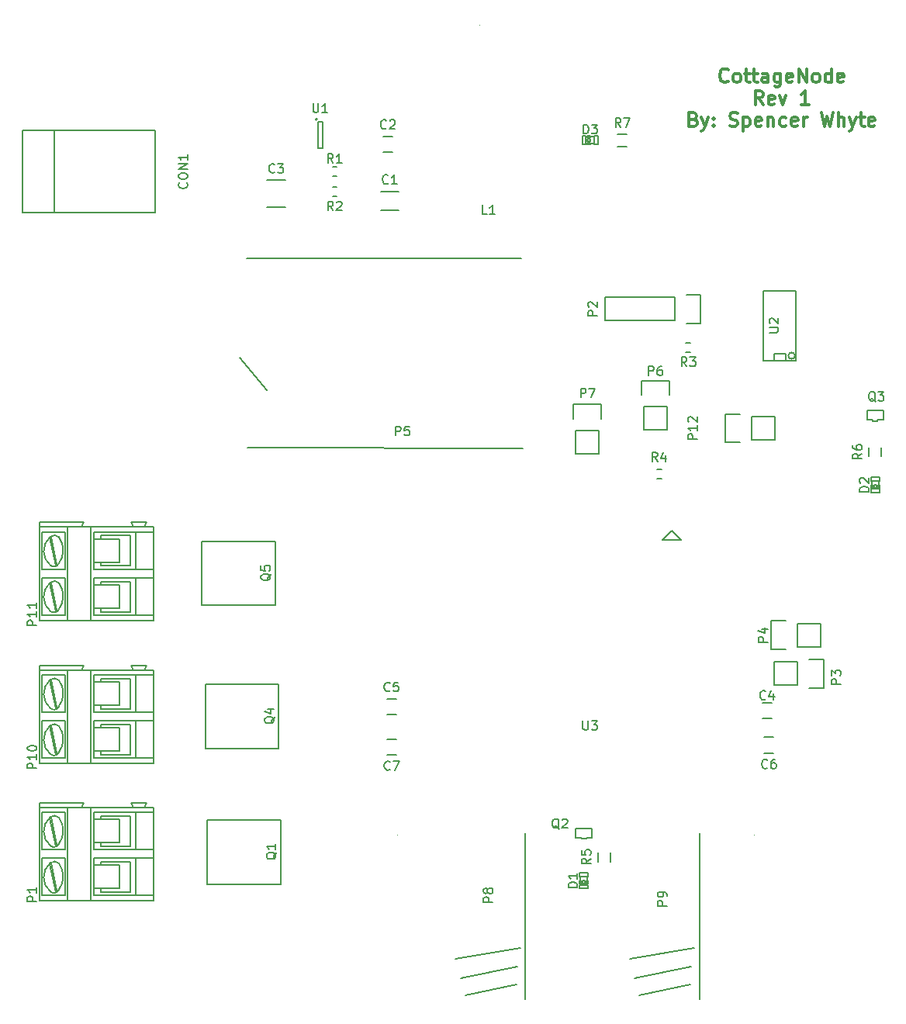
<source format=gto>
G04 #@! TF.FileFunction,Legend,Top*
%FSLAX46Y46*%
G04 Gerber Fmt 4.6, Leading zero omitted, Abs format (unit mm)*
G04 Created by KiCad (PCBNEW (2015-05-05 BZR 5645)-product) date Wednesday, June 24, 2015 'pmt' 10:47:51 pm*
%MOMM*%
G01*
G04 APERTURE LIST*
%ADD10C,0.100000*%
%ADD11C,0.300000*%
%ADD12C,0.150000*%
G04 APERTURE END LIST*
D10*
D11*
X151542857Y-40135714D02*
X151471428Y-40207143D01*
X151257142Y-40278571D01*
X151114285Y-40278571D01*
X150900000Y-40207143D01*
X150757142Y-40064286D01*
X150685714Y-39921429D01*
X150614285Y-39635714D01*
X150614285Y-39421429D01*
X150685714Y-39135714D01*
X150757142Y-38992857D01*
X150900000Y-38850000D01*
X151114285Y-38778571D01*
X151257142Y-38778571D01*
X151471428Y-38850000D01*
X151542857Y-38921429D01*
X152400000Y-40278571D02*
X152257142Y-40207143D01*
X152185714Y-40135714D01*
X152114285Y-39992857D01*
X152114285Y-39564286D01*
X152185714Y-39421429D01*
X152257142Y-39350000D01*
X152400000Y-39278571D01*
X152614285Y-39278571D01*
X152757142Y-39350000D01*
X152828571Y-39421429D01*
X152900000Y-39564286D01*
X152900000Y-39992857D01*
X152828571Y-40135714D01*
X152757142Y-40207143D01*
X152614285Y-40278571D01*
X152400000Y-40278571D01*
X153328571Y-39278571D02*
X153900000Y-39278571D01*
X153542857Y-38778571D02*
X153542857Y-40064286D01*
X153614285Y-40207143D01*
X153757143Y-40278571D01*
X153900000Y-40278571D01*
X154185714Y-39278571D02*
X154757143Y-39278571D01*
X154400000Y-38778571D02*
X154400000Y-40064286D01*
X154471428Y-40207143D01*
X154614286Y-40278571D01*
X154757143Y-40278571D01*
X155900000Y-40278571D02*
X155900000Y-39492857D01*
X155828571Y-39350000D01*
X155685714Y-39278571D01*
X155400000Y-39278571D01*
X155257143Y-39350000D01*
X155900000Y-40207143D02*
X155757143Y-40278571D01*
X155400000Y-40278571D01*
X155257143Y-40207143D01*
X155185714Y-40064286D01*
X155185714Y-39921429D01*
X155257143Y-39778571D01*
X155400000Y-39707143D01*
X155757143Y-39707143D01*
X155900000Y-39635714D01*
X157257143Y-39278571D02*
X157257143Y-40492857D01*
X157185714Y-40635714D01*
X157114286Y-40707143D01*
X156971429Y-40778571D01*
X156757143Y-40778571D01*
X156614286Y-40707143D01*
X157257143Y-40207143D02*
X157114286Y-40278571D01*
X156828572Y-40278571D01*
X156685714Y-40207143D01*
X156614286Y-40135714D01*
X156542857Y-39992857D01*
X156542857Y-39564286D01*
X156614286Y-39421429D01*
X156685714Y-39350000D01*
X156828572Y-39278571D01*
X157114286Y-39278571D01*
X157257143Y-39350000D01*
X158542857Y-40207143D02*
X158400000Y-40278571D01*
X158114286Y-40278571D01*
X157971429Y-40207143D01*
X157900000Y-40064286D01*
X157900000Y-39492857D01*
X157971429Y-39350000D01*
X158114286Y-39278571D01*
X158400000Y-39278571D01*
X158542857Y-39350000D01*
X158614286Y-39492857D01*
X158614286Y-39635714D01*
X157900000Y-39778571D01*
X159257143Y-40278571D02*
X159257143Y-38778571D01*
X160114286Y-40278571D01*
X160114286Y-38778571D01*
X161042858Y-40278571D02*
X160900000Y-40207143D01*
X160828572Y-40135714D01*
X160757143Y-39992857D01*
X160757143Y-39564286D01*
X160828572Y-39421429D01*
X160900000Y-39350000D01*
X161042858Y-39278571D01*
X161257143Y-39278571D01*
X161400000Y-39350000D01*
X161471429Y-39421429D01*
X161542858Y-39564286D01*
X161542858Y-39992857D01*
X161471429Y-40135714D01*
X161400000Y-40207143D01*
X161257143Y-40278571D01*
X161042858Y-40278571D01*
X162828572Y-40278571D02*
X162828572Y-38778571D01*
X162828572Y-40207143D02*
X162685715Y-40278571D01*
X162400001Y-40278571D01*
X162257143Y-40207143D01*
X162185715Y-40135714D01*
X162114286Y-39992857D01*
X162114286Y-39564286D01*
X162185715Y-39421429D01*
X162257143Y-39350000D01*
X162400001Y-39278571D01*
X162685715Y-39278571D01*
X162828572Y-39350000D01*
X164114286Y-40207143D02*
X163971429Y-40278571D01*
X163685715Y-40278571D01*
X163542858Y-40207143D01*
X163471429Y-40064286D01*
X163471429Y-39492857D01*
X163542858Y-39350000D01*
X163685715Y-39278571D01*
X163971429Y-39278571D01*
X164114286Y-39350000D01*
X164185715Y-39492857D01*
X164185715Y-39635714D01*
X163471429Y-39778571D01*
X155364287Y-42678571D02*
X154864287Y-41964286D01*
X154507144Y-42678571D02*
X154507144Y-41178571D01*
X155078572Y-41178571D01*
X155221430Y-41250000D01*
X155292858Y-41321429D01*
X155364287Y-41464286D01*
X155364287Y-41678571D01*
X155292858Y-41821429D01*
X155221430Y-41892857D01*
X155078572Y-41964286D01*
X154507144Y-41964286D01*
X156578572Y-42607143D02*
X156435715Y-42678571D01*
X156150001Y-42678571D01*
X156007144Y-42607143D01*
X155935715Y-42464286D01*
X155935715Y-41892857D01*
X156007144Y-41750000D01*
X156150001Y-41678571D01*
X156435715Y-41678571D01*
X156578572Y-41750000D01*
X156650001Y-41892857D01*
X156650001Y-42035714D01*
X155935715Y-42178571D01*
X157150001Y-41678571D02*
X157507144Y-42678571D01*
X157864286Y-41678571D01*
X160364286Y-42678571D02*
X159507143Y-42678571D01*
X159935715Y-42678571D02*
X159935715Y-41178571D01*
X159792858Y-41392857D01*
X159650000Y-41535714D01*
X159507143Y-41607143D01*
X147792858Y-44292857D02*
X148007144Y-44364286D01*
X148078572Y-44435714D01*
X148150001Y-44578571D01*
X148150001Y-44792857D01*
X148078572Y-44935714D01*
X148007144Y-45007143D01*
X147864286Y-45078571D01*
X147292858Y-45078571D01*
X147292858Y-43578571D01*
X147792858Y-43578571D01*
X147935715Y-43650000D01*
X148007144Y-43721429D01*
X148078572Y-43864286D01*
X148078572Y-44007143D01*
X148007144Y-44150000D01*
X147935715Y-44221429D01*
X147792858Y-44292857D01*
X147292858Y-44292857D01*
X148650001Y-44078571D02*
X149007144Y-45078571D01*
X149364286Y-44078571D02*
X149007144Y-45078571D01*
X148864286Y-45435714D01*
X148792858Y-45507143D01*
X148650001Y-45578571D01*
X149935715Y-44935714D02*
X150007143Y-45007143D01*
X149935715Y-45078571D01*
X149864286Y-45007143D01*
X149935715Y-44935714D01*
X149935715Y-45078571D01*
X149935715Y-44150000D02*
X150007143Y-44221429D01*
X149935715Y-44292857D01*
X149864286Y-44221429D01*
X149935715Y-44150000D01*
X149935715Y-44292857D01*
X151721429Y-45007143D02*
X151935715Y-45078571D01*
X152292858Y-45078571D01*
X152435715Y-45007143D01*
X152507144Y-44935714D01*
X152578572Y-44792857D01*
X152578572Y-44650000D01*
X152507144Y-44507143D01*
X152435715Y-44435714D01*
X152292858Y-44364286D01*
X152007144Y-44292857D01*
X151864286Y-44221429D01*
X151792858Y-44150000D01*
X151721429Y-44007143D01*
X151721429Y-43864286D01*
X151792858Y-43721429D01*
X151864286Y-43650000D01*
X152007144Y-43578571D01*
X152364286Y-43578571D01*
X152578572Y-43650000D01*
X153221429Y-44078571D02*
X153221429Y-45578571D01*
X153221429Y-44150000D02*
X153364286Y-44078571D01*
X153650000Y-44078571D01*
X153792857Y-44150000D01*
X153864286Y-44221429D01*
X153935715Y-44364286D01*
X153935715Y-44792857D01*
X153864286Y-44935714D01*
X153792857Y-45007143D01*
X153650000Y-45078571D01*
X153364286Y-45078571D01*
X153221429Y-45007143D01*
X155150000Y-45007143D02*
X155007143Y-45078571D01*
X154721429Y-45078571D01*
X154578572Y-45007143D01*
X154507143Y-44864286D01*
X154507143Y-44292857D01*
X154578572Y-44150000D01*
X154721429Y-44078571D01*
X155007143Y-44078571D01*
X155150000Y-44150000D01*
X155221429Y-44292857D01*
X155221429Y-44435714D01*
X154507143Y-44578571D01*
X155864286Y-44078571D02*
X155864286Y-45078571D01*
X155864286Y-44221429D02*
X155935714Y-44150000D01*
X156078572Y-44078571D01*
X156292857Y-44078571D01*
X156435714Y-44150000D01*
X156507143Y-44292857D01*
X156507143Y-45078571D01*
X157864286Y-45007143D02*
X157721429Y-45078571D01*
X157435715Y-45078571D01*
X157292857Y-45007143D01*
X157221429Y-44935714D01*
X157150000Y-44792857D01*
X157150000Y-44364286D01*
X157221429Y-44221429D01*
X157292857Y-44150000D01*
X157435715Y-44078571D01*
X157721429Y-44078571D01*
X157864286Y-44150000D01*
X159078571Y-45007143D02*
X158935714Y-45078571D01*
X158650000Y-45078571D01*
X158507143Y-45007143D01*
X158435714Y-44864286D01*
X158435714Y-44292857D01*
X158507143Y-44150000D01*
X158650000Y-44078571D01*
X158935714Y-44078571D01*
X159078571Y-44150000D01*
X159150000Y-44292857D01*
X159150000Y-44435714D01*
X158435714Y-44578571D01*
X159792857Y-45078571D02*
X159792857Y-44078571D01*
X159792857Y-44364286D02*
X159864285Y-44221429D01*
X159935714Y-44150000D01*
X160078571Y-44078571D01*
X160221428Y-44078571D01*
X161721428Y-43578571D02*
X162078571Y-45078571D01*
X162364285Y-44007143D01*
X162649999Y-45078571D01*
X163007142Y-43578571D01*
X163578571Y-45078571D02*
X163578571Y-43578571D01*
X164221428Y-45078571D02*
X164221428Y-44292857D01*
X164149999Y-44150000D01*
X164007142Y-44078571D01*
X163792857Y-44078571D01*
X163649999Y-44150000D01*
X163578571Y-44221429D01*
X164792857Y-44078571D02*
X165150000Y-45078571D01*
X165507142Y-44078571D02*
X165150000Y-45078571D01*
X165007142Y-45435714D01*
X164935714Y-45507143D01*
X164792857Y-45578571D01*
X165864285Y-44078571D02*
X166435714Y-44078571D01*
X166078571Y-43578571D02*
X166078571Y-44864286D01*
X166149999Y-45007143D01*
X166292857Y-45078571D01*
X166435714Y-45078571D01*
X167507142Y-45007143D02*
X167364285Y-45078571D01*
X167078571Y-45078571D01*
X166935714Y-45007143D01*
X166864285Y-44864286D01*
X166864285Y-44292857D01*
X166935714Y-44150000D01*
X167078571Y-44078571D01*
X167364285Y-44078571D01*
X167507142Y-44150000D01*
X167578571Y-44292857D01*
X167578571Y-44435714D01*
X166864285Y-44578571D01*
D12*
X115600000Y-52175000D02*
X113600000Y-52175000D01*
X113600000Y-54225000D02*
X115600000Y-54225000D01*
X114900000Y-46150000D02*
X113900000Y-46150000D01*
X113900000Y-47850000D02*
X114900000Y-47850000D01*
X103200000Y-50925000D02*
X101200000Y-50925000D01*
X101200000Y-53875000D02*
X103200000Y-53875000D01*
X156300000Y-107950000D02*
X155300000Y-107950000D01*
X155300000Y-109650000D02*
X156300000Y-109650000D01*
X115300000Y-107550000D02*
X114300000Y-107550000D01*
X114300000Y-109250000D02*
X115300000Y-109250000D01*
X155500000Y-113450000D02*
X156500000Y-113450000D01*
X156500000Y-111750000D02*
X155500000Y-111750000D01*
X114300000Y-113650000D02*
X115300000Y-113650000D01*
X115300000Y-111950000D02*
X114300000Y-111950000D01*
X77999500Y-45499120D02*
X77999500Y-54500880D01*
X74499380Y-45499120D02*
X74499380Y-54500880D01*
X74499380Y-54500880D02*
X89000240Y-54500880D01*
X89000240Y-54500880D02*
X89000240Y-45499120D01*
X89000240Y-45499120D02*
X74499380Y-45499120D01*
X135350420Y-127849580D02*
X136249580Y-127849580D01*
X136249580Y-127849580D02*
X136249580Y-128248360D01*
X135350420Y-128248360D02*
X136249580Y-128248360D01*
X135350420Y-127849580D02*
X135350420Y-128248360D01*
X135350420Y-126551640D02*
X136249580Y-126551640D01*
X136249580Y-126551640D02*
X136249580Y-126950420D01*
X135350420Y-126950420D02*
X136249580Y-126950420D01*
X135350420Y-126551640D02*
X135350420Y-126950420D01*
X135350420Y-127400000D02*
X135500280Y-127400000D01*
X135500280Y-127400000D02*
X135500280Y-127699720D01*
X135350420Y-127699720D02*
X135500280Y-127699720D01*
X135350420Y-127400000D02*
X135350420Y-127699720D01*
X136099720Y-127400000D02*
X136249580Y-127400000D01*
X136249580Y-127400000D02*
X136249580Y-127699720D01*
X136099720Y-127699720D02*
X136249580Y-127699720D01*
X136099720Y-127400000D02*
X136099720Y-127699720D01*
X135650140Y-127400000D02*
X135949860Y-127400000D01*
X135949860Y-127400000D02*
X135949860Y-127699720D01*
X135650140Y-127699720D02*
X135949860Y-127699720D01*
X135650140Y-127400000D02*
X135650140Y-127699720D01*
X135401220Y-127849580D02*
X135401220Y-126950420D01*
X136198780Y-127849580D02*
X136198780Y-126950420D01*
X167150420Y-84649580D02*
X168049580Y-84649580D01*
X168049580Y-84649580D02*
X168049580Y-85048360D01*
X167150420Y-85048360D02*
X168049580Y-85048360D01*
X167150420Y-84649580D02*
X167150420Y-85048360D01*
X167150420Y-83351640D02*
X168049580Y-83351640D01*
X168049580Y-83351640D02*
X168049580Y-83750420D01*
X167150420Y-83750420D02*
X168049580Y-83750420D01*
X167150420Y-83351640D02*
X167150420Y-83750420D01*
X167150420Y-84200000D02*
X167300280Y-84200000D01*
X167300280Y-84200000D02*
X167300280Y-84499720D01*
X167150420Y-84499720D02*
X167300280Y-84499720D01*
X167150420Y-84200000D02*
X167150420Y-84499720D01*
X167899720Y-84200000D02*
X168049580Y-84200000D01*
X168049580Y-84200000D02*
X168049580Y-84499720D01*
X167899720Y-84499720D02*
X168049580Y-84499720D01*
X167899720Y-84200000D02*
X167899720Y-84499720D01*
X167450140Y-84200000D02*
X167749860Y-84200000D01*
X167749860Y-84200000D02*
X167749860Y-84499720D01*
X167450140Y-84499720D02*
X167749860Y-84499720D01*
X167450140Y-84200000D02*
X167450140Y-84499720D01*
X167201220Y-84649580D02*
X167201220Y-83750420D01*
X167998780Y-84649580D02*
X167998780Y-83750420D01*
X136022563Y-46125420D02*
X136022563Y-47024580D01*
X136022563Y-47024580D02*
X135623783Y-47024580D01*
X135623783Y-46125420D02*
X135623783Y-47024580D01*
X136022563Y-46125420D02*
X135623783Y-46125420D01*
X137320503Y-46125420D02*
X137320503Y-47024580D01*
X137320503Y-47024580D02*
X136921723Y-47024580D01*
X136921723Y-46125420D02*
X136921723Y-47024580D01*
X137320503Y-46125420D02*
X136921723Y-46125420D01*
X136472143Y-46125420D02*
X136472143Y-46275280D01*
X136472143Y-46275280D02*
X136172423Y-46275280D01*
X136172423Y-46125420D02*
X136172423Y-46275280D01*
X136472143Y-46125420D02*
X136172423Y-46125420D01*
X136472143Y-46874720D02*
X136472143Y-47024580D01*
X136472143Y-47024580D02*
X136172423Y-47024580D01*
X136172423Y-46874720D02*
X136172423Y-47024580D01*
X136472143Y-46874720D02*
X136172423Y-46874720D01*
X136472143Y-46425140D02*
X136472143Y-46724860D01*
X136472143Y-46724860D02*
X136172423Y-46724860D01*
X136172423Y-46425140D02*
X136172423Y-46724860D01*
X136472143Y-46425140D02*
X136172423Y-46425140D01*
X136022563Y-46176220D02*
X136921723Y-46176220D01*
X136022563Y-46973780D02*
X136921723Y-46973780D01*
X85140000Y-128259600D02*
X85140000Y-125719600D01*
X85140000Y-125719600D02*
X82346000Y-125719600D01*
X82346000Y-128259600D02*
X82346000Y-125719600D01*
X85140000Y-128259600D02*
X82346000Y-128259600D01*
X85140000Y-123255800D02*
X85140000Y-120715800D01*
X85140000Y-120715800D02*
X82346000Y-120715800D01*
X82346000Y-123255800D02*
X82346000Y-120715800D01*
X85140000Y-123255800D02*
X82346000Y-123255800D01*
X76377000Y-119395000D02*
X79425000Y-119395000D01*
X76377000Y-119395000D02*
X76377000Y-129580000D01*
X76377000Y-119395000D02*
X76377000Y-118887000D01*
X76377000Y-118887000D02*
X81203000Y-118887000D01*
X81203000Y-118887000D02*
X80949000Y-119395000D01*
X88061000Y-118887000D02*
X87807000Y-119395000D01*
X87807000Y-119395000D02*
X88823000Y-119395000D01*
X86410000Y-118887000D02*
X86664000Y-119395000D01*
X86664000Y-119395000D02*
X87807000Y-119395000D01*
X86410000Y-118887000D02*
X88061000Y-118887000D01*
X88823000Y-124017800D02*
X86918000Y-124017800D01*
X82346000Y-119953800D02*
X86918000Y-119953800D01*
X88823000Y-124017800D02*
X88823000Y-119953800D01*
X88823000Y-119953800D02*
X88823000Y-119395000D01*
X88823000Y-124957600D02*
X86918000Y-124957600D01*
X88823000Y-124957600D02*
X88823000Y-124017800D01*
X82346000Y-129021600D02*
X86918000Y-129021600D01*
X88823000Y-129580000D02*
X88823000Y-129021600D01*
X88823000Y-129021600D02*
X88823000Y-124957600D01*
X86918000Y-124017800D02*
X86918000Y-119953800D01*
X86918000Y-124017800D02*
X82346000Y-124017800D01*
X86918000Y-119953800D02*
X88823000Y-119953800D01*
X86918000Y-124957600D02*
X86918000Y-129021600D01*
X86918000Y-124957600D02*
X82346000Y-124957600D01*
X86918000Y-129021600D02*
X88823000Y-129021600D01*
X86283000Y-120334800D02*
X83108000Y-120334800D01*
X86283000Y-120334800D02*
X86283000Y-123636800D01*
X86283000Y-123636800D02*
X83108000Y-123636800D01*
X86283000Y-125338600D02*
X83108000Y-125338600D01*
X86283000Y-125338600D02*
X86283000Y-128640600D01*
X86283000Y-128640600D02*
X83108000Y-128640600D01*
X83108000Y-128640600D02*
X83108000Y-128259600D01*
X83108000Y-125338600D02*
X83108000Y-125719600D01*
X83108000Y-123636800D02*
X83108000Y-123255800D01*
X83108000Y-120334800D02*
X83108000Y-120715800D01*
X88823000Y-129580000D02*
X81965000Y-129580000D01*
X81965000Y-129580000D02*
X79425000Y-129580000D01*
X80949000Y-119395000D02*
X81965000Y-119395000D01*
X81965000Y-119395000D02*
X86664000Y-119395000D01*
X79425000Y-129580000D02*
X79425000Y-119395000D01*
X79425000Y-129580000D02*
X76377000Y-129580000D01*
X79425000Y-119395000D02*
X80949000Y-119395000D01*
X79171000Y-124017800D02*
X76631000Y-124017800D01*
X76631000Y-124017800D02*
X76631000Y-119953800D01*
X76631000Y-119953800D02*
X79171000Y-119953800D01*
X79171000Y-119953800D02*
X79171000Y-124017800D01*
X79171000Y-124957600D02*
X76631000Y-124957600D01*
X79171000Y-124957600D02*
X79171000Y-129021600D01*
X79171000Y-129021600D02*
X76631000Y-129021600D01*
X76631000Y-124957600D02*
X76631000Y-129021600D01*
X78155000Y-123611400D02*
X77520000Y-120563400D01*
X78282000Y-123484400D02*
X77647000Y-120436400D01*
X78155000Y-128615200D02*
X77520000Y-125564660D01*
X78282000Y-128488200D02*
X77647000Y-125440200D01*
X82346000Y-129021600D02*
X82346000Y-128640600D01*
X82346000Y-124957600D02*
X82346000Y-125338600D01*
X82346000Y-125338600D02*
X82346000Y-128640600D01*
X81965000Y-129580000D02*
X81965000Y-128640600D01*
X81965000Y-128640600D02*
X81965000Y-125338600D01*
X81965000Y-125338600D02*
X81965000Y-123636800D01*
X81965000Y-119395000D02*
X81965000Y-120334800D01*
X81965000Y-120334800D02*
X81965000Y-123636800D01*
X82346000Y-119953800D02*
X82346000Y-120334800D01*
X82346000Y-124017800D02*
X82346000Y-123636800D01*
X82346000Y-123636800D02*
X82346000Y-120334800D01*
X78514570Y-120517028D02*
G75*
G03X77547940Y-120464340I-509430J-452772D01*
G01*
X78434896Y-123459728D02*
G75*
G03X78482660Y-120471960I-1905496J1524728D01*
G01*
X77543156Y-120460589D02*
G75*
G03X77596200Y-123611400I1348444J-1553151D01*
G01*
X77546519Y-123560097D02*
G75*
G03X78472500Y-123418360I407821J431297D01*
G01*
X78517110Y-125520851D02*
G75*
G03X77547940Y-125465600I-511970J-452749D01*
G01*
X78434896Y-128460988D02*
G75*
G03X78482660Y-125473220I-1905496J1524728D01*
G01*
X77538153Y-125458427D02*
G75*
G03X77596200Y-128615200I1353447J-1554033D01*
G01*
X77548981Y-128564520D02*
G75*
G03X78472500Y-128419620I405359J431920D01*
G01*
X145730000Y-63730000D02*
X138110000Y-63730000D01*
X145730000Y-66270000D02*
X138110000Y-66270000D01*
X148550000Y-66550000D02*
X147000000Y-66550000D01*
X138110000Y-63730000D02*
X138110000Y-66270000D01*
X145730000Y-66270000D02*
X145730000Y-63730000D01*
X147000000Y-63450000D02*
X148550000Y-63450000D01*
X148550000Y-63450000D02*
X148550000Y-66550000D01*
X159130000Y-106070000D02*
X156590000Y-106070000D01*
X161950000Y-106350000D02*
X160400000Y-106350000D01*
X159130000Y-106070000D02*
X159130000Y-103530000D01*
X160400000Y-103250000D02*
X161950000Y-103250000D01*
X161950000Y-103250000D02*
X161950000Y-106350000D01*
X159130000Y-103530000D02*
X156590000Y-103530000D01*
X156590000Y-103530000D02*
X156590000Y-106070000D01*
X159070000Y-99330000D02*
X161610000Y-99330000D01*
X156250000Y-99050000D02*
X157800000Y-99050000D01*
X159070000Y-99330000D02*
X159070000Y-101870000D01*
X157800000Y-102150000D02*
X156250000Y-102150000D01*
X156250000Y-102150000D02*
X156250000Y-99050000D01*
X159070000Y-101870000D02*
X161610000Y-101870000D01*
X161610000Y-101870000D02*
X161610000Y-99330000D01*
X129150000Y-80200000D02*
X99100000Y-80150000D01*
X128950000Y-59500000D02*
X99000000Y-59500000D01*
X98200000Y-70300000D02*
X101200000Y-73850000D01*
X128850000Y-134700000D02*
X121800000Y-135950000D01*
X128500000Y-136800000D02*
X122350000Y-138050000D01*
X128450000Y-138700000D02*
X122850000Y-139900000D01*
X129400000Y-122250000D02*
X129400000Y-140300000D01*
X147850000Y-134700000D02*
X140800000Y-135950000D01*
X147500000Y-136800000D02*
X141350000Y-138050000D01*
X147450000Y-138700000D02*
X141850000Y-139900000D01*
X148400000Y-122250000D02*
X148400000Y-140300000D01*
X102689000Y-120898000D02*
X102689000Y-120898000D01*
X102689000Y-120771000D02*
X102689000Y-120898000D01*
X102689000Y-120898000D02*
X102689000Y-120771000D01*
X96466000Y-127756000D02*
X102689000Y-127756000D01*
X102689000Y-127756000D02*
X102689000Y-124200000D01*
X96466000Y-127756000D02*
X94942000Y-127756000D01*
X94942000Y-127756000D02*
X94942000Y-127756000D01*
X94942000Y-127756000D02*
X94942000Y-127756000D01*
X94942000Y-127756000D02*
X94688000Y-127756000D01*
X94688000Y-127756000D02*
X94688000Y-127756000D01*
X94688000Y-127756000D02*
X94688000Y-127756000D01*
X102689000Y-124200000D02*
X102689000Y-120771000D01*
X102689000Y-120771000D02*
X94688000Y-120771000D01*
X94688000Y-120771000D02*
X94688000Y-127756000D01*
X136054000Y-122708000D02*
X136689000Y-122708000D01*
X136689000Y-122708000D02*
X136689000Y-121692000D01*
X134911000Y-121692000D02*
X134911000Y-122708000D01*
X134911000Y-122708000D02*
X135546000Y-122708000D01*
X136054000Y-122835000D02*
X136054000Y-122708000D01*
X135546000Y-122708000D02*
X135546000Y-122835000D01*
X136689000Y-121692000D02*
X134911000Y-121692000D01*
X135546000Y-122835000D02*
X136054000Y-122835000D01*
X167854000Y-77108000D02*
X168489000Y-77108000D01*
X168489000Y-77108000D02*
X168489000Y-76092000D01*
X166711000Y-76092000D02*
X166711000Y-77108000D01*
X166711000Y-77108000D02*
X167346000Y-77108000D01*
X167854000Y-77235000D02*
X167854000Y-77108000D01*
X167346000Y-77108000D02*
X167346000Y-77235000D01*
X168489000Y-76092000D02*
X166711000Y-76092000D01*
X167346000Y-77235000D02*
X167854000Y-77235000D01*
X108850000Y-49475000D02*
X108350000Y-49475000D01*
X108350000Y-50525000D02*
X108850000Y-50525000D01*
X108850000Y-51675000D02*
X108350000Y-51675000D01*
X108350000Y-52725000D02*
X108850000Y-52725000D01*
X147450000Y-68675000D02*
X146950000Y-68675000D01*
X146950000Y-69725000D02*
X147450000Y-69725000D01*
X144250000Y-82475000D02*
X143750000Y-82475000D01*
X143750000Y-83525000D02*
X144250000Y-83525000D01*
X138675000Y-124300000D02*
X138675000Y-125300000D01*
X137325000Y-125300000D02*
X137325000Y-124300000D01*
X168275000Y-80100000D02*
X168275000Y-81100000D01*
X166925000Y-81100000D02*
X166925000Y-80100000D01*
X140500000Y-47275000D02*
X139500000Y-47275000D01*
X139500000Y-45925000D02*
X140500000Y-45925000D01*
X106700000Y-44300000D02*
G75*
G03X106700000Y-44300000I-100000J0D01*
G01*
X107250000Y-44550000D02*
X106750000Y-44550000D01*
X107250000Y-47450000D02*
X107250000Y-44550000D01*
X106750000Y-47450000D02*
X107250000Y-47450000D01*
X106750000Y-44550000D02*
X106750000Y-47450000D01*
X155422000Y-62990000D02*
X155422000Y-70610000D01*
X158978000Y-70610000D02*
X158978000Y-62990000D01*
X155422000Y-62990000D02*
X158978000Y-62990000D01*
X158978000Y-70610000D02*
X155422000Y-70610000D01*
X158829210Y-70102000D02*
G75*
G03X158829210Y-70102000I-359210J0D01*
G01*
X156565000Y-70610000D02*
X156565000Y-69848000D01*
X156565000Y-69848000D02*
X157835000Y-69848000D01*
X157835000Y-69848000D02*
X157835000Y-70610000D01*
X145400000Y-89200000D02*
X146400000Y-90200000D01*
X146400000Y-90200000D02*
X144400000Y-90200000D01*
X144400000Y-90200000D02*
X145400000Y-89200000D01*
X144870000Y-75670000D02*
X144870000Y-78210000D01*
X145150000Y-72850000D02*
X145150000Y-74400000D01*
X144870000Y-75670000D02*
X142330000Y-75670000D01*
X142050000Y-74400000D02*
X142050000Y-72850000D01*
X142050000Y-72850000D02*
X145150000Y-72850000D01*
X142330000Y-75670000D02*
X142330000Y-78210000D01*
X142330000Y-78210000D02*
X144870000Y-78210000D01*
X137418333Y-78245000D02*
X137418333Y-80785000D01*
X137698333Y-75425000D02*
X137698333Y-76975000D01*
X137418333Y-78245000D02*
X134878333Y-78245000D01*
X134598333Y-76975000D02*
X134598333Y-75425000D01*
X134598333Y-75425000D02*
X137698333Y-75425000D01*
X134878333Y-78245000D02*
X134878333Y-80785000D01*
X134878333Y-80785000D02*
X137418333Y-80785000D01*
X85140000Y-113259600D02*
X85140000Y-110719600D01*
X85140000Y-110719600D02*
X82346000Y-110719600D01*
X82346000Y-113259600D02*
X82346000Y-110719600D01*
X85140000Y-113259600D02*
X82346000Y-113259600D01*
X85140000Y-108255800D02*
X85140000Y-105715800D01*
X85140000Y-105715800D02*
X82346000Y-105715800D01*
X82346000Y-108255800D02*
X82346000Y-105715800D01*
X85140000Y-108255800D02*
X82346000Y-108255800D01*
X76377000Y-104395000D02*
X79425000Y-104395000D01*
X76377000Y-104395000D02*
X76377000Y-114580000D01*
X76377000Y-104395000D02*
X76377000Y-103887000D01*
X76377000Y-103887000D02*
X81203000Y-103887000D01*
X81203000Y-103887000D02*
X80949000Y-104395000D01*
X88061000Y-103887000D02*
X87807000Y-104395000D01*
X87807000Y-104395000D02*
X88823000Y-104395000D01*
X86410000Y-103887000D02*
X86664000Y-104395000D01*
X86664000Y-104395000D02*
X87807000Y-104395000D01*
X86410000Y-103887000D02*
X88061000Y-103887000D01*
X88823000Y-109017800D02*
X86918000Y-109017800D01*
X82346000Y-104953800D02*
X86918000Y-104953800D01*
X88823000Y-109017800D02*
X88823000Y-104953800D01*
X88823000Y-104953800D02*
X88823000Y-104395000D01*
X88823000Y-109957600D02*
X86918000Y-109957600D01*
X88823000Y-109957600D02*
X88823000Y-109017800D01*
X82346000Y-114021600D02*
X86918000Y-114021600D01*
X88823000Y-114580000D02*
X88823000Y-114021600D01*
X88823000Y-114021600D02*
X88823000Y-109957600D01*
X86918000Y-109017800D02*
X86918000Y-104953800D01*
X86918000Y-109017800D02*
X82346000Y-109017800D01*
X86918000Y-104953800D02*
X88823000Y-104953800D01*
X86918000Y-109957600D02*
X86918000Y-114021600D01*
X86918000Y-109957600D02*
X82346000Y-109957600D01*
X86918000Y-114021600D02*
X88823000Y-114021600D01*
X86283000Y-105334800D02*
X83108000Y-105334800D01*
X86283000Y-105334800D02*
X86283000Y-108636800D01*
X86283000Y-108636800D02*
X83108000Y-108636800D01*
X86283000Y-110338600D02*
X83108000Y-110338600D01*
X86283000Y-110338600D02*
X86283000Y-113640600D01*
X86283000Y-113640600D02*
X83108000Y-113640600D01*
X83108000Y-113640600D02*
X83108000Y-113259600D01*
X83108000Y-110338600D02*
X83108000Y-110719600D01*
X83108000Y-108636800D02*
X83108000Y-108255800D01*
X83108000Y-105334800D02*
X83108000Y-105715800D01*
X88823000Y-114580000D02*
X81965000Y-114580000D01*
X81965000Y-114580000D02*
X79425000Y-114580000D01*
X80949000Y-104395000D02*
X81965000Y-104395000D01*
X81965000Y-104395000D02*
X86664000Y-104395000D01*
X79425000Y-114580000D02*
X79425000Y-104395000D01*
X79425000Y-114580000D02*
X76377000Y-114580000D01*
X79425000Y-104395000D02*
X80949000Y-104395000D01*
X79171000Y-109017800D02*
X76631000Y-109017800D01*
X76631000Y-109017800D02*
X76631000Y-104953800D01*
X76631000Y-104953800D02*
X79171000Y-104953800D01*
X79171000Y-104953800D02*
X79171000Y-109017800D01*
X79171000Y-109957600D02*
X76631000Y-109957600D01*
X79171000Y-109957600D02*
X79171000Y-114021600D01*
X79171000Y-114021600D02*
X76631000Y-114021600D01*
X76631000Y-109957600D02*
X76631000Y-114021600D01*
X78155000Y-108611400D02*
X77520000Y-105563400D01*
X78282000Y-108484400D02*
X77647000Y-105436400D01*
X78155000Y-113615200D02*
X77520000Y-110564660D01*
X78282000Y-113488200D02*
X77647000Y-110440200D01*
X82346000Y-114021600D02*
X82346000Y-113640600D01*
X82346000Y-109957600D02*
X82346000Y-110338600D01*
X82346000Y-110338600D02*
X82346000Y-113640600D01*
X81965000Y-114580000D02*
X81965000Y-113640600D01*
X81965000Y-113640600D02*
X81965000Y-110338600D01*
X81965000Y-110338600D02*
X81965000Y-108636800D01*
X81965000Y-104395000D02*
X81965000Y-105334800D01*
X81965000Y-105334800D02*
X81965000Y-108636800D01*
X82346000Y-104953800D02*
X82346000Y-105334800D01*
X82346000Y-109017800D02*
X82346000Y-108636800D01*
X82346000Y-108636800D02*
X82346000Y-105334800D01*
X78514570Y-105517028D02*
G75*
G03X77547940Y-105464340I-509430J-452772D01*
G01*
X78434896Y-108459728D02*
G75*
G03X78482660Y-105471960I-1905496J1524728D01*
G01*
X77543156Y-105460589D02*
G75*
G03X77596200Y-108611400I1348444J-1553151D01*
G01*
X77546519Y-108560097D02*
G75*
G03X78472500Y-108418360I407821J431297D01*
G01*
X78517110Y-110520851D02*
G75*
G03X77547940Y-110465600I-511970J-452749D01*
G01*
X78434896Y-113460988D02*
G75*
G03X78482660Y-110473220I-1905496J1524728D01*
G01*
X77538153Y-110458427D02*
G75*
G03X77596200Y-113615200I1353447J-1554033D01*
G01*
X77548981Y-113564520D02*
G75*
G03X78472500Y-113419620I405359J431920D01*
G01*
X85140000Y-97659600D02*
X85140000Y-95119600D01*
X85140000Y-95119600D02*
X82346000Y-95119600D01*
X82346000Y-97659600D02*
X82346000Y-95119600D01*
X85140000Y-97659600D02*
X82346000Y-97659600D01*
X85140000Y-92655800D02*
X85140000Y-90115800D01*
X85140000Y-90115800D02*
X82346000Y-90115800D01*
X82346000Y-92655800D02*
X82346000Y-90115800D01*
X85140000Y-92655800D02*
X82346000Y-92655800D01*
X76377000Y-88795000D02*
X79425000Y-88795000D01*
X76377000Y-88795000D02*
X76377000Y-98980000D01*
X76377000Y-88795000D02*
X76377000Y-88287000D01*
X76377000Y-88287000D02*
X81203000Y-88287000D01*
X81203000Y-88287000D02*
X80949000Y-88795000D01*
X88061000Y-88287000D02*
X87807000Y-88795000D01*
X87807000Y-88795000D02*
X88823000Y-88795000D01*
X86410000Y-88287000D02*
X86664000Y-88795000D01*
X86664000Y-88795000D02*
X87807000Y-88795000D01*
X86410000Y-88287000D02*
X88061000Y-88287000D01*
X88823000Y-93417800D02*
X86918000Y-93417800D01*
X82346000Y-89353800D02*
X86918000Y-89353800D01*
X88823000Y-93417800D02*
X88823000Y-89353800D01*
X88823000Y-89353800D02*
X88823000Y-88795000D01*
X88823000Y-94357600D02*
X86918000Y-94357600D01*
X88823000Y-94357600D02*
X88823000Y-93417800D01*
X82346000Y-98421600D02*
X86918000Y-98421600D01*
X88823000Y-98980000D02*
X88823000Y-98421600D01*
X88823000Y-98421600D02*
X88823000Y-94357600D01*
X86918000Y-93417800D02*
X86918000Y-89353800D01*
X86918000Y-93417800D02*
X82346000Y-93417800D01*
X86918000Y-89353800D02*
X88823000Y-89353800D01*
X86918000Y-94357600D02*
X86918000Y-98421600D01*
X86918000Y-94357600D02*
X82346000Y-94357600D01*
X86918000Y-98421600D02*
X88823000Y-98421600D01*
X86283000Y-89734800D02*
X83108000Y-89734800D01*
X86283000Y-89734800D02*
X86283000Y-93036800D01*
X86283000Y-93036800D02*
X83108000Y-93036800D01*
X86283000Y-94738600D02*
X83108000Y-94738600D01*
X86283000Y-94738600D02*
X86283000Y-98040600D01*
X86283000Y-98040600D02*
X83108000Y-98040600D01*
X83108000Y-98040600D02*
X83108000Y-97659600D01*
X83108000Y-94738600D02*
X83108000Y-95119600D01*
X83108000Y-93036800D02*
X83108000Y-92655800D01*
X83108000Y-89734800D02*
X83108000Y-90115800D01*
X88823000Y-98980000D02*
X81965000Y-98980000D01*
X81965000Y-98980000D02*
X79425000Y-98980000D01*
X80949000Y-88795000D02*
X81965000Y-88795000D01*
X81965000Y-88795000D02*
X86664000Y-88795000D01*
X79425000Y-98980000D02*
X79425000Y-88795000D01*
X79425000Y-98980000D02*
X76377000Y-98980000D01*
X79425000Y-88795000D02*
X80949000Y-88795000D01*
X79171000Y-93417800D02*
X76631000Y-93417800D01*
X76631000Y-93417800D02*
X76631000Y-89353800D01*
X76631000Y-89353800D02*
X79171000Y-89353800D01*
X79171000Y-89353800D02*
X79171000Y-93417800D01*
X79171000Y-94357600D02*
X76631000Y-94357600D01*
X79171000Y-94357600D02*
X79171000Y-98421600D01*
X79171000Y-98421600D02*
X76631000Y-98421600D01*
X76631000Y-94357600D02*
X76631000Y-98421600D01*
X78155000Y-93011400D02*
X77520000Y-89963400D01*
X78282000Y-92884400D02*
X77647000Y-89836400D01*
X78155000Y-98015200D02*
X77520000Y-94964660D01*
X78282000Y-97888200D02*
X77647000Y-94840200D01*
X82346000Y-98421600D02*
X82346000Y-98040600D01*
X82346000Y-94357600D02*
X82346000Y-94738600D01*
X82346000Y-94738600D02*
X82346000Y-98040600D01*
X81965000Y-98980000D02*
X81965000Y-98040600D01*
X81965000Y-98040600D02*
X81965000Y-94738600D01*
X81965000Y-94738600D02*
X81965000Y-93036800D01*
X81965000Y-88795000D02*
X81965000Y-89734800D01*
X81965000Y-89734800D02*
X81965000Y-93036800D01*
X82346000Y-89353800D02*
X82346000Y-89734800D01*
X82346000Y-93417800D02*
X82346000Y-93036800D01*
X82346000Y-93036800D02*
X82346000Y-89734800D01*
X78514570Y-89917028D02*
G75*
G03X77547940Y-89864340I-509430J-452772D01*
G01*
X78434896Y-92859728D02*
G75*
G03X78482660Y-89871960I-1905496J1524728D01*
G01*
X77543156Y-89860589D02*
G75*
G03X77596200Y-93011400I1348444J-1553151D01*
G01*
X77546519Y-92960097D02*
G75*
G03X78472500Y-92818360I407821J431297D01*
G01*
X78517110Y-94920851D02*
G75*
G03X77547940Y-94865600I-511970J-452749D01*
G01*
X78434896Y-97860988D02*
G75*
G03X78482660Y-94873220I-1905496J1524728D01*
G01*
X77538153Y-94858427D02*
G75*
G03X77596200Y-98015200I1353447J-1554033D01*
G01*
X77548981Y-97964520D02*
G75*
G03X78472500Y-97819620I405359J431920D01*
G01*
X154070000Y-76730000D02*
X156610000Y-76730000D01*
X151250000Y-76450000D02*
X152800000Y-76450000D01*
X154070000Y-76730000D02*
X154070000Y-79270000D01*
X152800000Y-79550000D02*
X151250000Y-79550000D01*
X151250000Y-79550000D02*
X151250000Y-76450000D01*
X154070000Y-79270000D02*
X156610000Y-79270000D01*
X156610000Y-79270000D02*
X156610000Y-76730000D01*
X102489000Y-106098000D02*
X102489000Y-106098000D01*
X102489000Y-105971000D02*
X102489000Y-106098000D01*
X102489000Y-106098000D02*
X102489000Y-105971000D01*
X96266000Y-112956000D02*
X102489000Y-112956000D01*
X102489000Y-112956000D02*
X102489000Y-109400000D01*
X96266000Y-112956000D02*
X94742000Y-112956000D01*
X94742000Y-112956000D02*
X94742000Y-112956000D01*
X94742000Y-112956000D02*
X94742000Y-112956000D01*
X94742000Y-112956000D02*
X94488000Y-112956000D01*
X94488000Y-112956000D02*
X94488000Y-112956000D01*
X94488000Y-112956000D02*
X94488000Y-112956000D01*
X102489000Y-109400000D02*
X102489000Y-105971000D01*
X102489000Y-105971000D02*
X94488000Y-105971000D01*
X94488000Y-105971000D02*
X94488000Y-112956000D01*
X102089000Y-90498000D02*
X102089000Y-90498000D01*
X102089000Y-90371000D02*
X102089000Y-90498000D01*
X102089000Y-90498000D02*
X102089000Y-90371000D01*
X95866000Y-97356000D02*
X102089000Y-97356000D01*
X102089000Y-97356000D02*
X102089000Y-93800000D01*
X95866000Y-97356000D02*
X94342000Y-97356000D01*
X94342000Y-97356000D02*
X94342000Y-97356000D01*
X94342000Y-97356000D02*
X94342000Y-97356000D01*
X94342000Y-97356000D02*
X94088000Y-97356000D01*
X94088000Y-97356000D02*
X94088000Y-97356000D01*
X94088000Y-97356000D02*
X94088000Y-97356000D01*
X102089000Y-93800000D02*
X102089000Y-90371000D01*
X102089000Y-90371000D02*
X94088000Y-90371000D01*
X94088000Y-90371000D02*
X94088000Y-97356000D01*
D10*
X115399999Y-122399500D02*
X115399998Y-122399499D01*
X115399998Y-122399500D02*
X115399998Y-122399499D01*
X115399999Y-122399499D01*
X115399999Y-122399499D01*
X115399999Y-122399499D01*
X115399999Y-122399499D01*
X115399999Y-122399499D01*
X115399999Y-122399499D01*
X115399999Y-122399499D01*
X115399999Y-122399499D01*
X115399998Y-122399499D01*
X115399999Y-122399499D02*
X115400000Y-122399499D01*
X115400000Y-122399500D02*
X115399999Y-122399500D01*
X115399999Y-122399499D01*
X115400000Y-122399499D01*
X115400001Y-122399499D02*
X115400000Y-122399499D01*
X115400000Y-122399500D02*
X115400000Y-122399499D01*
X115400001Y-122399499D01*
X115400001Y-122399499D02*
X115400001Y-122399499D01*
X115400001Y-122399499D02*
X115400001Y-122399499D01*
X115400002Y-122399499D01*
X115400001Y-122399499D02*
X115400001Y-122399499D01*
X115400002Y-122399499D01*
X115400002Y-122399499D02*
X115400002Y-122399499D01*
X115400002Y-122399499D02*
X115400002Y-122399499D01*
X115400003Y-122399499D01*
X115400002Y-122399499D02*
X115400002Y-122399499D01*
X115400003Y-122399499D01*
D12*
D10*
X154399999Y-122399500D02*
X154399998Y-122399499D01*
X154399998Y-122399500D02*
X154399998Y-122399499D01*
X154399999Y-122399499D01*
X154399999Y-122399499D01*
X154399999Y-122399499D01*
X154399999Y-122399499D01*
X154399999Y-122399499D01*
X154399999Y-122399499D01*
X154399999Y-122399499D01*
X154399999Y-122399499D01*
X154399998Y-122399499D01*
X154399999Y-122399499D02*
X154400000Y-122399499D01*
X154400000Y-122399500D02*
X154399999Y-122399500D01*
X154399999Y-122399499D01*
X154400000Y-122399499D01*
X154400001Y-122399499D02*
X154400000Y-122399499D01*
X154400000Y-122399500D02*
X154400000Y-122399499D01*
X154400001Y-122399499D01*
X154400001Y-122399499D02*
X154400001Y-122399499D01*
X154400001Y-122399499D02*
X154400001Y-122399499D01*
X154400002Y-122399499D01*
X154400001Y-122399499D02*
X154400001Y-122399499D01*
X154400002Y-122399499D01*
X154400002Y-122399499D02*
X154400002Y-122399499D01*
X154400002Y-122399499D02*
X154400002Y-122399499D01*
X154400003Y-122399499D01*
X154400002Y-122399499D02*
X154400002Y-122399499D01*
X154400003Y-122399499D01*
D12*
X114433334Y-51257143D02*
X114385715Y-51304762D01*
X114242858Y-51352381D01*
X114147620Y-51352381D01*
X114004762Y-51304762D01*
X113909524Y-51209524D01*
X113861905Y-51114286D01*
X113814286Y-50923810D01*
X113814286Y-50780952D01*
X113861905Y-50590476D01*
X113909524Y-50495238D01*
X114004762Y-50400000D01*
X114147620Y-50352381D01*
X114242858Y-50352381D01*
X114385715Y-50400000D01*
X114433334Y-50447619D01*
X115385715Y-51352381D02*
X114814286Y-51352381D01*
X115100000Y-51352381D02*
X115100000Y-50352381D01*
X115004762Y-50495238D01*
X114909524Y-50590476D01*
X114814286Y-50638095D01*
X114233334Y-45257143D02*
X114185715Y-45304762D01*
X114042858Y-45352381D01*
X113947620Y-45352381D01*
X113804762Y-45304762D01*
X113709524Y-45209524D01*
X113661905Y-45114286D01*
X113614286Y-44923810D01*
X113614286Y-44780952D01*
X113661905Y-44590476D01*
X113709524Y-44495238D01*
X113804762Y-44400000D01*
X113947620Y-44352381D01*
X114042858Y-44352381D01*
X114185715Y-44400000D01*
X114233334Y-44447619D01*
X114614286Y-44447619D02*
X114661905Y-44400000D01*
X114757143Y-44352381D01*
X114995239Y-44352381D01*
X115090477Y-44400000D01*
X115138096Y-44447619D01*
X115185715Y-44542857D01*
X115185715Y-44638095D01*
X115138096Y-44780952D01*
X114566667Y-45352381D01*
X115185715Y-45352381D01*
X102033334Y-50057143D02*
X101985715Y-50104762D01*
X101842858Y-50152381D01*
X101747620Y-50152381D01*
X101604762Y-50104762D01*
X101509524Y-50009524D01*
X101461905Y-49914286D01*
X101414286Y-49723810D01*
X101414286Y-49580952D01*
X101461905Y-49390476D01*
X101509524Y-49295238D01*
X101604762Y-49200000D01*
X101747620Y-49152381D01*
X101842858Y-49152381D01*
X101985715Y-49200000D01*
X102033334Y-49247619D01*
X102366667Y-49152381D02*
X102985715Y-49152381D01*
X102652381Y-49533333D01*
X102795239Y-49533333D01*
X102890477Y-49580952D01*
X102938096Y-49628571D01*
X102985715Y-49723810D01*
X102985715Y-49961905D01*
X102938096Y-50057143D01*
X102890477Y-50104762D01*
X102795239Y-50152381D01*
X102509524Y-50152381D01*
X102414286Y-50104762D01*
X102366667Y-50057143D01*
X155633334Y-107557143D02*
X155585715Y-107604762D01*
X155442858Y-107652381D01*
X155347620Y-107652381D01*
X155204762Y-107604762D01*
X155109524Y-107509524D01*
X155061905Y-107414286D01*
X155014286Y-107223810D01*
X155014286Y-107080952D01*
X155061905Y-106890476D01*
X155109524Y-106795238D01*
X155204762Y-106700000D01*
X155347620Y-106652381D01*
X155442858Y-106652381D01*
X155585715Y-106700000D01*
X155633334Y-106747619D01*
X156490477Y-106985714D02*
X156490477Y-107652381D01*
X156252381Y-106604762D02*
X156014286Y-107319048D01*
X156633334Y-107319048D01*
X114633334Y-106657143D02*
X114585715Y-106704762D01*
X114442858Y-106752381D01*
X114347620Y-106752381D01*
X114204762Y-106704762D01*
X114109524Y-106609524D01*
X114061905Y-106514286D01*
X114014286Y-106323810D01*
X114014286Y-106180952D01*
X114061905Y-105990476D01*
X114109524Y-105895238D01*
X114204762Y-105800000D01*
X114347620Y-105752381D01*
X114442858Y-105752381D01*
X114585715Y-105800000D01*
X114633334Y-105847619D01*
X115538096Y-105752381D02*
X115061905Y-105752381D01*
X115014286Y-106228571D01*
X115061905Y-106180952D01*
X115157143Y-106133333D01*
X115395239Y-106133333D01*
X115490477Y-106180952D01*
X115538096Y-106228571D01*
X115585715Y-106323810D01*
X115585715Y-106561905D01*
X115538096Y-106657143D01*
X115490477Y-106704762D01*
X115395239Y-106752381D01*
X115157143Y-106752381D01*
X115061905Y-106704762D01*
X115014286Y-106657143D01*
X155833334Y-115057143D02*
X155785715Y-115104762D01*
X155642858Y-115152381D01*
X155547620Y-115152381D01*
X155404762Y-115104762D01*
X155309524Y-115009524D01*
X155261905Y-114914286D01*
X155214286Y-114723810D01*
X155214286Y-114580952D01*
X155261905Y-114390476D01*
X155309524Y-114295238D01*
X155404762Y-114200000D01*
X155547620Y-114152381D01*
X155642858Y-114152381D01*
X155785715Y-114200000D01*
X155833334Y-114247619D01*
X156690477Y-114152381D02*
X156500000Y-114152381D01*
X156404762Y-114200000D01*
X156357143Y-114247619D01*
X156261905Y-114390476D01*
X156214286Y-114580952D01*
X156214286Y-114961905D01*
X156261905Y-115057143D01*
X156309524Y-115104762D01*
X156404762Y-115152381D01*
X156595239Y-115152381D01*
X156690477Y-115104762D01*
X156738096Y-115057143D01*
X156785715Y-114961905D01*
X156785715Y-114723810D01*
X156738096Y-114628571D01*
X156690477Y-114580952D01*
X156595239Y-114533333D01*
X156404762Y-114533333D01*
X156309524Y-114580952D01*
X156261905Y-114628571D01*
X156214286Y-114723810D01*
X114633334Y-115257143D02*
X114585715Y-115304762D01*
X114442858Y-115352381D01*
X114347620Y-115352381D01*
X114204762Y-115304762D01*
X114109524Y-115209524D01*
X114061905Y-115114286D01*
X114014286Y-114923810D01*
X114014286Y-114780952D01*
X114061905Y-114590476D01*
X114109524Y-114495238D01*
X114204762Y-114400000D01*
X114347620Y-114352381D01*
X114442858Y-114352381D01*
X114585715Y-114400000D01*
X114633334Y-114447619D01*
X114966667Y-114352381D02*
X115633334Y-114352381D01*
X115204762Y-115352381D01*
X92456183Y-51214285D02*
X92503802Y-51261904D01*
X92551421Y-51404761D01*
X92551421Y-51499999D01*
X92503802Y-51642857D01*
X92408564Y-51738095D01*
X92313326Y-51785714D01*
X92122850Y-51833333D01*
X91979992Y-51833333D01*
X91789516Y-51785714D01*
X91694278Y-51738095D01*
X91599040Y-51642857D01*
X91551421Y-51499999D01*
X91551421Y-51404761D01*
X91599040Y-51261904D01*
X91646659Y-51214285D01*
X91551421Y-50595238D02*
X91551421Y-50404761D01*
X91599040Y-50309523D01*
X91694278Y-50214285D01*
X91884754Y-50166666D01*
X92218088Y-50166666D01*
X92408564Y-50214285D01*
X92503802Y-50309523D01*
X92551421Y-50404761D01*
X92551421Y-50595238D01*
X92503802Y-50690476D01*
X92408564Y-50785714D01*
X92218088Y-50833333D01*
X91884754Y-50833333D01*
X91694278Y-50785714D01*
X91599040Y-50690476D01*
X91551421Y-50595238D01*
X92551421Y-49738095D02*
X91551421Y-49738095D01*
X92551421Y-49166666D01*
X91551421Y-49166666D01*
X92551421Y-48166666D02*
X92551421Y-48738095D01*
X92551421Y-48452381D02*
X91551421Y-48452381D01*
X91694278Y-48547619D01*
X91789516Y-48642857D01*
X91837135Y-48738095D01*
X135102381Y-128138095D02*
X134102381Y-128138095D01*
X134102381Y-127900000D01*
X134150000Y-127757142D01*
X134245238Y-127661904D01*
X134340476Y-127614285D01*
X134530952Y-127566666D01*
X134673810Y-127566666D01*
X134864286Y-127614285D01*
X134959524Y-127661904D01*
X135054762Y-127757142D01*
X135102381Y-127900000D01*
X135102381Y-128138095D01*
X135102381Y-126614285D02*
X135102381Y-127185714D01*
X135102381Y-126900000D02*
X134102381Y-126900000D01*
X134245238Y-126995238D01*
X134340476Y-127090476D01*
X134388095Y-127185714D01*
X166902381Y-84938095D02*
X165902381Y-84938095D01*
X165902381Y-84700000D01*
X165950000Y-84557142D01*
X166045238Y-84461904D01*
X166140476Y-84414285D01*
X166330952Y-84366666D01*
X166473810Y-84366666D01*
X166664286Y-84414285D01*
X166759524Y-84461904D01*
X166854762Y-84557142D01*
X166902381Y-84700000D01*
X166902381Y-84938095D01*
X165997619Y-83985714D02*
X165950000Y-83938095D01*
X165902381Y-83842857D01*
X165902381Y-83604761D01*
X165950000Y-83509523D01*
X165997619Y-83461904D01*
X166092857Y-83414285D01*
X166188095Y-83414285D01*
X166330952Y-83461904D01*
X166902381Y-84033333D01*
X166902381Y-83414285D01*
X135734048Y-45877381D02*
X135734048Y-44877381D01*
X135972143Y-44877381D01*
X136115001Y-44925000D01*
X136210239Y-45020238D01*
X136257858Y-45115476D01*
X136305477Y-45305952D01*
X136305477Y-45448810D01*
X136257858Y-45639286D01*
X136210239Y-45734524D01*
X136115001Y-45829762D01*
X135972143Y-45877381D01*
X135734048Y-45877381D01*
X136638810Y-44877381D02*
X137257858Y-44877381D01*
X136924524Y-45258333D01*
X137067382Y-45258333D01*
X137162620Y-45305952D01*
X137210239Y-45353571D01*
X137257858Y-45448810D01*
X137257858Y-45686905D01*
X137210239Y-45782143D01*
X137162620Y-45829762D01*
X137067382Y-45877381D01*
X136781667Y-45877381D01*
X136686429Y-45829762D01*
X136638810Y-45782143D01*
X125233334Y-54652381D02*
X124757143Y-54652381D01*
X124757143Y-53652381D01*
X126090477Y-54652381D02*
X125519048Y-54652381D01*
X125804762Y-54652381D02*
X125804762Y-53652381D01*
X125709524Y-53795238D01*
X125614286Y-53890476D01*
X125519048Y-53938095D01*
X76067381Y-129658095D02*
X75067381Y-129658095D01*
X75067381Y-129277142D01*
X75115000Y-129181904D01*
X75162619Y-129134285D01*
X75257857Y-129086666D01*
X75400714Y-129086666D01*
X75495952Y-129134285D01*
X75543571Y-129181904D01*
X75591190Y-129277142D01*
X75591190Y-129658095D01*
X76067381Y-128134285D02*
X76067381Y-128705714D01*
X76067381Y-128420000D02*
X75067381Y-128420000D01*
X75210238Y-128515238D01*
X75305476Y-128610476D01*
X75353095Y-128705714D01*
X137252381Y-65738095D02*
X136252381Y-65738095D01*
X136252381Y-65357142D01*
X136300000Y-65261904D01*
X136347619Y-65214285D01*
X136442857Y-65166666D01*
X136585714Y-65166666D01*
X136680952Y-65214285D01*
X136728571Y-65261904D01*
X136776190Y-65357142D01*
X136776190Y-65738095D01*
X136347619Y-64785714D02*
X136300000Y-64738095D01*
X136252381Y-64642857D01*
X136252381Y-64404761D01*
X136300000Y-64309523D01*
X136347619Y-64261904D01*
X136442857Y-64214285D01*
X136538095Y-64214285D01*
X136680952Y-64261904D01*
X137252381Y-64833333D01*
X137252381Y-64214285D01*
X163852381Y-105938095D02*
X162852381Y-105938095D01*
X162852381Y-105557142D01*
X162900000Y-105461904D01*
X162947619Y-105414285D01*
X163042857Y-105366666D01*
X163185714Y-105366666D01*
X163280952Y-105414285D01*
X163328571Y-105461904D01*
X163376190Y-105557142D01*
X163376190Y-105938095D01*
X162852381Y-105033333D02*
X162852381Y-104414285D01*
X163233333Y-104747619D01*
X163233333Y-104604761D01*
X163280952Y-104509523D01*
X163328571Y-104461904D01*
X163423810Y-104414285D01*
X163661905Y-104414285D01*
X163757143Y-104461904D01*
X163804762Y-104509523D01*
X163852381Y-104604761D01*
X163852381Y-104890476D01*
X163804762Y-104985714D01*
X163757143Y-105033333D01*
X155852381Y-101338095D02*
X154852381Y-101338095D01*
X154852381Y-100957142D01*
X154900000Y-100861904D01*
X154947619Y-100814285D01*
X155042857Y-100766666D01*
X155185714Y-100766666D01*
X155280952Y-100814285D01*
X155328571Y-100861904D01*
X155376190Y-100957142D01*
X155376190Y-101338095D01*
X155185714Y-99909523D02*
X155852381Y-99909523D01*
X154804762Y-100147619D02*
X155519048Y-100385714D01*
X155519048Y-99766666D01*
X115261905Y-78802381D02*
X115261905Y-77802381D01*
X115642858Y-77802381D01*
X115738096Y-77850000D01*
X115785715Y-77897619D01*
X115833334Y-77992857D01*
X115833334Y-78135714D01*
X115785715Y-78230952D01*
X115738096Y-78278571D01*
X115642858Y-78326190D01*
X115261905Y-78326190D01*
X116738096Y-77802381D02*
X116261905Y-77802381D01*
X116214286Y-78278571D01*
X116261905Y-78230952D01*
X116357143Y-78183333D01*
X116595239Y-78183333D01*
X116690477Y-78230952D01*
X116738096Y-78278571D01*
X116785715Y-78373810D01*
X116785715Y-78611905D01*
X116738096Y-78707143D01*
X116690477Y-78754762D01*
X116595239Y-78802381D01*
X116357143Y-78802381D01*
X116261905Y-78754762D01*
X116214286Y-78707143D01*
X125852381Y-129738095D02*
X124852381Y-129738095D01*
X124852381Y-129357142D01*
X124900000Y-129261904D01*
X124947619Y-129214285D01*
X125042857Y-129166666D01*
X125185714Y-129166666D01*
X125280952Y-129214285D01*
X125328571Y-129261904D01*
X125376190Y-129357142D01*
X125376190Y-129738095D01*
X125280952Y-128595238D02*
X125233333Y-128690476D01*
X125185714Y-128738095D01*
X125090476Y-128785714D01*
X125042857Y-128785714D01*
X124947619Y-128738095D01*
X124900000Y-128690476D01*
X124852381Y-128595238D01*
X124852381Y-128404761D01*
X124900000Y-128309523D01*
X124947619Y-128261904D01*
X125042857Y-128214285D01*
X125090476Y-128214285D01*
X125185714Y-128261904D01*
X125233333Y-128309523D01*
X125280952Y-128404761D01*
X125280952Y-128595238D01*
X125328571Y-128690476D01*
X125376190Y-128738095D01*
X125471429Y-128785714D01*
X125661905Y-128785714D01*
X125757143Y-128738095D01*
X125804762Y-128690476D01*
X125852381Y-128595238D01*
X125852381Y-128404761D01*
X125804762Y-128309523D01*
X125757143Y-128261904D01*
X125661905Y-128214285D01*
X125471429Y-128214285D01*
X125376190Y-128261904D01*
X125328571Y-128309523D01*
X125280952Y-128404761D01*
X144852381Y-130138095D02*
X143852381Y-130138095D01*
X143852381Y-129757142D01*
X143900000Y-129661904D01*
X143947619Y-129614285D01*
X144042857Y-129566666D01*
X144185714Y-129566666D01*
X144280952Y-129614285D01*
X144328571Y-129661904D01*
X144376190Y-129757142D01*
X144376190Y-130138095D01*
X144852381Y-129090476D02*
X144852381Y-128900000D01*
X144804762Y-128804761D01*
X144757143Y-128757142D01*
X144614286Y-128661904D01*
X144423810Y-128614285D01*
X144042857Y-128614285D01*
X143947619Y-128661904D01*
X143900000Y-128709523D01*
X143852381Y-128804761D01*
X143852381Y-128995238D01*
X143900000Y-129090476D01*
X143947619Y-129138095D01*
X144042857Y-129185714D01*
X144280952Y-129185714D01*
X144376190Y-129138095D01*
X144423810Y-129090476D01*
X144471429Y-128995238D01*
X144471429Y-128804761D01*
X144423810Y-128709523D01*
X144376190Y-128661904D01*
X144280952Y-128614285D01*
X102248559Y-124295238D02*
X102200940Y-124390476D01*
X102105702Y-124485714D01*
X101962845Y-124628571D01*
X101915226Y-124723810D01*
X101915226Y-124819048D01*
X102153321Y-124771429D02*
X102105702Y-124866667D01*
X102010464Y-124961905D01*
X101819988Y-125009524D01*
X101486654Y-125009524D01*
X101296178Y-124961905D01*
X101200940Y-124866667D01*
X101153321Y-124771429D01*
X101153321Y-124580952D01*
X101200940Y-124485714D01*
X101296178Y-124390476D01*
X101486654Y-124342857D01*
X101819988Y-124342857D01*
X102010464Y-124390476D01*
X102105702Y-124485714D01*
X102153321Y-124580952D01*
X102153321Y-124771429D01*
X102153321Y-123390476D02*
X102153321Y-123961905D01*
X102153321Y-123676191D02*
X101153321Y-123676191D01*
X101296178Y-123771429D01*
X101391416Y-123866667D01*
X101439035Y-123961905D01*
X133104762Y-121747619D02*
X133009524Y-121700000D01*
X132914286Y-121604762D01*
X132771429Y-121461905D01*
X132676190Y-121414286D01*
X132580952Y-121414286D01*
X132628571Y-121652381D02*
X132533333Y-121604762D01*
X132438095Y-121509524D01*
X132390476Y-121319048D01*
X132390476Y-120985714D01*
X132438095Y-120795238D01*
X132533333Y-120700000D01*
X132628571Y-120652381D01*
X132819048Y-120652381D01*
X132914286Y-120700000D01*
X133009524Y-120795238D01*
X133057143Y-120985714D01*
X133057143Y-121319048D01*
X133009524Y-121509524D01*
X132914286Y-121604762D01*
X132819048Y-121652381D01*
X132628571Y-121652381D01*
X133438095Y-120747619D02*
X133485714Y-120700000D01*
X133580952Y-120652381D01*
X133819048Y-120652381D01*
X133914286Y-120700000D01*
X133961905Y-120747619D01*
X134009524Y-120842857D01*
X134009524Y-120938095D01*
X133961905Y-121080952D01*
X133390476Y-121652381D01*
X134009524Y-121652381D01*
X167631762Y-75115619D02*
X167536524Y-75068000D01*
X167441286Y-74972762D01*
X167298429Y-74829905D01*
X167203190Y-74782286D01*
X167107952Y-74782286D01*
X167155571Y-75020381D02*
X167060333Y-74972762D01*
X166965095Y-74877524D01*
X166917476Y-74687048D01*
X166917476Y-74353714D01*
X166965095Y-74163238D01*
X167060333Y-74068000D01*
X167155571Y-74020381D01*
X167346048Y-74020381D01*
X167441286Y-74068000D01*
X167536524Y-74163238D01*
X167584143Y-74353714D01*
X167584143Y-74687048D01*
X167536524Y-74877524D01*
X167441286Y-74972762D01*
X167346048Y-75020381D01*
X167155571Y-75020381D01*
X167917476Y-74020381D02*
X168536524Y-74020381D01*
X168203190Y-74401333D01*
X168346048Y-74401333D01*
X168441286Y-74448952D01*
X168488905Y-74496571D01*
X168536524Y-74591810D01*
X168536524Y-74829905D01*
X168488905Y-74925143D01*
X168441286Y-74972762D01*
X168346048Y-75020381D01*
X168060333Y-75020381D01*
X167965095Y-74972762D01*
X167917476Y-74925143D01*
X108433334Y-49052381D02*
X108100000Y-48576190D01*
X107861905Y-49052381D02*
X107861905Y-48052381D01*
X108242858Y-48052381D01*
X108338096Y-48100000D01*
X108385715Y-48147619D01*
X108433334Y-48242857D01*
X108433334Y-48385714D01*
X108385715Y-48480952D01*
X108338096Y-48528571D01*
X108242858Y-48576190D01*
X107861905Y-48576190D01*
X109385715Y-49052381D02*
X108814286Y-49052381D01*
X109100000Y-49052381D02*
X109100000Y-48052381D01*
X109004762Y-48195238D01*
X108909524Y-48290476D01*
X108814286Y-48338095D01*
X108433334Y-54252381D02*
X108100000Y-53776190D01*
X107861905Y-54252381D02*
X107861905Y-53252381D01*
X108242858Y-53252381D01*
X108338096Y-53300000D01*
X108385715Y-53347619D01*
X108433334Y-53442857D01*
X108433334Y-53585714D01*
X108385715Y-53680952D01*
X108338096Y-53728571D01*
X108242858Y-53776190D01*
X107861905Y-53776190D01*
X108814286Y-53347619D02*
X108861905Y-53300000D01*
X108957143Y-53252381D01*
X109195239Y-53252381D01*
X109290477Y-53300000D01*
X109338096Y-53347619D01*
X109385715Y-53442857D01*
X109385715Y-53538095D01*
X109338096Y-53680952D01*
X108766667Y-54252381D01*
X109385715Y-54252381D01*
X147033334Y-71252381D02*
X146700000Y-70776190D01*
X146461905Y-71252381D02*
X146461905Y-70252381D01*
X146842858Y-70252381D01*
X146938096Y-70300000D01*
X146985715Y-70347619D01*
X147033334Y-70442857D01*
X147033334Y-70585714D01*
X146985715Y-70680952D01*
X146938096Y-70728571D01*
X146842858Y-70776190D01*
X146461905Y-70776190D01*
X147366667Y-70252381D02*
X147985715Y-70252381D01*
X147652381Y-70633333D01*
X147795239Y-70633333D01*
X147890477Y-70680952D01*
X147938096Y-70728571D01*
X147985715Y-70823810D01*
X147985715Y-71061905D01*
X147938096Y-71157143D01*
X147890477Y-71204762D01*
X147795239Y-71252381D01*
X147509524Y-71252381D01*
X147414286Y-71204762D01*
X147366667Y-71157143D01*
X143833334Y-81652381D02*
X143500000Y-81176190D01*
X143261905Y-81652381D02*
X143261905Y-80652381D01*
X143642858Y-80652381D01*
X143738096Y-80700000D01*
X143785715Y-80747619D01*
X143833334Y-80842857D01*
X143833334Y-80985714D01*
X143785715Y-81080952D01*
X143738096Y-81128571D01*
X143642858Y-81176190D01*
X143261905Y-81176190D01*
X144690477Y-80985714D02*
X144690477Y-81652381D01*
X144452381Y-80604762D02*
X144214286Y-81319048D01*
X144833334Y-81319048D01*
X136552381Y-124966666D02*
X136076190Y-125300000D01*
X136552381Y-125538095D02*
X135552381Y-125538095D01*
X135552381Y-125157142D01*
X135600000Y-125061904D01*
X135647619Y-125014285D01*
X135742857Y-124966666D01*
X135885714Y-124966666D01*
X135980952Y-125014285D01*
X136028571Y-125061904D01*
X136076190Y-125157142D01*
X136076190Y-125538095D01*
X135552381Y-124061904D02*
X135552381Y-124538095D01*
X136028571Y-124585714D01*
X135980952Y-124538095D01*
X135933333Y-124442857D01*
X135933333Y-124204761D01*
X135980952Y-124109523D01*
X136028571Y-124061904D01*
X136123810Y-124014285D01*
X136361905Y-124014285D01*
X136457143Y-124061904D01*
X136504762Y-124109523D01*
X136552381Y-124204761D01*
X136552381Y-124442857D01*
X136504762Y-124538095D01*
X136457143Y-124585714D01*
X166152381Y-80766666D02*
X165676190Y-81100000D01*
X166152381Y-81338095D02*
X165152381Y-81338095D01*
X165152381Y-80957142D01*
X165200000Y-80861904D01*
X165247619Y-80814285D01*
X165342857Y-80766666D01*
X165485714Y-80766666D01*
X165580952Y-80814285D01*
X165628571Y-80861904D01*
X165676190Y-80957142D01*
X165676190Y-81338095D01*
X165152381Y-79909523D02*
X165152381Y-80100000D01*
X165200000Y-80195238D01*
X165247619Y-80242857D01*
X165390476Y-80338095D01*
X165580952Y-80385714D01*
X165961905Y-80385714D01*
X166057143Y-80338095D01*
X166104762Y-80290476D01*
X166152381Y-80195238D01*
X166152381Y-80004761D01*
X166104762Y-79909523D01*
X166057143Y-79861904D01*
X165961905Y-79814285D01*
X165723810Y-79814285D01*
X165628571Y-79861904D01*
X165580952Y-79909523D01*
X165533333Y-80004761D01*
X165533333Y-80195238D01*
X165580952Y-80290476D01*
X165628571Y-80338095D01*
X165723810Y-80385714D01*
X139833334Y-45152381D02*
X139500000Y-44676190D01*
X139261905Y-45152381D02*
X139261905Y-44152381D01*
X139642858Y-44152381D01*
X139738096Y-44200000D01*
X139785715Y-44247619D01*
X139833334Y-44342857D01*
X139833334Y-44485714D01*
X139785715Y-44580952D01*
X139738096Y-44628571D01*
X139642858Y-44676190D01*
X139261905Y-44676190D01*
X140166667Y-44152381D02*
X140833334Y-44152381D01*
X140404762Y-45152381D01*
X106238095Y-42552381D02*
X106238095Y-43361905D01*
X106285714Y-43457143D01*
X106333333Y-43504762D01*
X106428571Y-43552381D01*
X106619048Y-43552381D01*
X106714286Y-43504762D01*
X106761905Y-43457143D01*
X106809524Y-43361905D01*
X106809524Y-42552381D01*
X107809524Y-43552381D02*
X107238095Y-43552381D01*
X107523809Y-43552381D02*
X107523809Y-42552381D01*
X107428571Y-42695238D01*
X107333333Y-42790476D01*
X107238095Y-42838095D01*
X156017381Y-67561905D02*
X156826905Y-67561905D01*
X156922143Y-67514286D01*
X156969762Y-67466667D01*
X157017381Y-67371429D01*
X157017381Y-67180952D01*
X156969762Y-67085714D01*
X156922143Y-67038095D01*
X156826905Y-66990476D01*
X156017381Y-66990476D01*
X156112619Y-66561905D02*
X156065000Y-66514286D01*
X156017381Y-66419048D01*
X156017381Y-66180952D01*
X156065000Y-66085714D01*
X156112619Y-66038095D01*
X156207857Y-65990476D01*
X156303095Y-65990476D01*
X156445952Y-66038095D01*
X157017381Y-66609524D01*
X157017381Y-65990476D01*
X135688095Y-109952381D02*
X135688095Y-110761905D01*
X135735714Y-110857143D01*
X135783333Y-110904762D01*
X135878571Y-110952381D01*
X136069048Y-110952381D01*
X136164286Y-110904762D01*
X136211905Y-110857143D01*
X136259524Y-110761905D01*
X136259524Y-109952381D01*
X136640476Y-109952381D02*
X137259524Y-109952381D01*
X136926190Y-110333333D01*
X137069048Y-110333333D01*
X137164286Y-110380952D01*
X137211905Y-110428571D01*
X137259524Y-110523810D01*
X137259524Y-110761905D01*
X137211905Y-110857143D01*
X137164286Y-110904762D01*
X137069048Y-110952381D01*
X136783333Y-110952381D01*
X136688095Y-110904762D01*
X136640476Y-110857143D01*
X142861905Y-72252381D02*
X142861905Y-71252381D01*
X143242858Y-71252381D01*
X143338096Y-71300000D01*
X143385715Y-71347619D01*
X143433334Y-71442857D01*
X143433334Y-71585714D01*
X143385715Y-71680952D01*
X143338096Y-71728571D01*
X143242858Y-71776190D01*
X142861905Y-71776190D01*
X144290477Y-71252381D02*
X144100000Y-71252381D01*
X144004762Y-71300000D01*
X143957143Y-71347619D01*
X143861905Y-71490476D01*
X143814286Y-71680952D01*
X143814286Y-72061905D01*
X143861905Y-72157143D01*
X143909524Y-72204762D01*
X144004762Y-72252381D01*
X144195239Y-72252381D01*
X144290477Y-72204762D01*
X144338096Y-72157143D01*
X144385715Y-72061905D01*
X144385715Y-71823810D01*
X144338096Y-71728571D01*
X144290477Y-71680952D01*
X144195239Y-71633333D01*
X144004762Y-71633333D01*
X143909524Y-71680952D01*
X143861905Y-71728571D01*
X143814286Y-71823810D01*
X135461905Y-74652381D02*
X135461905Y-73652381D01*
X135842858Y-73652381D01*
X135938096Y-73700000D01*
X135985715Y-73747619D01*
X136033334Y-73842857D01*
X136033334Y-73985714D01*
X135985715Y-74080952D01*
X135938096Y-74128571D01*
X135842858Y-74176190D01*
X135461905Y-74176190D01*
X136366667Y-73652381D02*
X137033334Y-73652381D01*
X136604762Y-74652381D01*
X76067381Y-115134286D02*
X75067381Y-115134286D01*
X75067381Y-114753333D01*
X75115000Y-114658095D01*
X75162619Y-114610476D01*
X75257857Y-114562857D01*
X75400714Y-114562857D01*
X75495952Y-114610476D01*
X75543571Y-114658095D01*
X75591190Y-114753333D01*
X75591190Y-115134286D01*
X76067381Y-113610476D02*
X76067381Y-114181905D01*
X76067381Y-113896191D02*
X75067381Y-113896191D01*
X75210238Y-113991429D01*
X75305476Y-114086667D01*
X75353095Y-114181905D01*
X75067381Y-112991429D02*
X75067381Y-112896190D01*
X75115000Y-112800952D01*
X75162619Y-112753333D01*
X75257857Y-112705714D01*
X75448333Y-112658095D01*
X75686429Y-112658095D01*
X75876905Y-112705714D01*
X75972143Y-112753333D01*
X76019762Y-112800952D01*
X76067381Y-112896190D01*
X76067381Y-112991429D01*
X76019762Y-113086667D01*
X75972143Y-113134286D01*
X75876905Y-113181905D01*
X75686429Y-113229524D01*
X75448333Y-113229524D01*
X75257857Y-113181905D01*
X75162619Y-113134286D01*
X75115000Y-113086667D01*
X75067381Y-112991429D01*
X76067381Y-99534286D02*
X75067381Y-99534286D01*
X75067381Y-99153333D01*
X75115000Y-99058095D01*
X75162619Y-99010476D01*
X75257857Y-98962857D01*
X75400714Y-98962857D01*
X75495952Y-99010476D01*
X75543571Y-99058095D01*
X75591190Y-99153333D01*
X75591190Y-99534286D01*
X76067381Y-98010476D02*
X76067381Y-98581905D01*
X76067381Y-98296191D02*
X75067381Y-98296191D01*
X75210238Y-98391429D01*
X75305476Y-98486667D01*
X75353095Y-98581905D01*
X76067381Y-97058095D02*
X76067381Y-97629524D01*
X76067381Y-97343810D02*
X75067381Y-97343810D01*
X75210238Y-97439048D01*
X75305476Y-97534286D01*
X75353095Y-97629524D01*
X148152381Y-79214286D02*
X147152381Y-79214286D01*
X147152381Y-78833333D01*
X147200000Y-78738095D01*
X147247619Y-78690476D01*
X147342857Y-78642857D01*
X147485714Y-78642857D01*
X147580952Y-78690476D01*
X147628571Y-78738095D01*
X147676190Y-78833333D01*
X147676190Y-79214286D01*
X148152381Y-77690476D02*
X148152381Y-78261905D01*
X148152381Y-77976191D02*
X147152381Y-77976191D01*
X147295238Y-78071429D01*
X147390476Y-78166667D01*
X147438095Y-78261905D01*
X147247619Y-77309524D02*
X147200000Y-77261905D01*
X147152381Y-77166667D01*
X147152381Y-76928571D01*
X147200000Y-76833333D01*
X147247619Y-76785714D01*
X147342857Y-76738095D01*
X147438095Y-76738095D01*
X147580952Y-76785714D01*
X148152381Y-77357143D01*
X148152381Y-76738095D01*
X102048559Y-109495238D02*
X102000940Y-109590476D01*
X101905702Y-109685714D01*
X101762845Y-109828571D01*
X101715226Y-109923810D01*
X101715226Y-110019048D01*
X101953321Y-109971429D02*
X101905702Y-110066667D01*
X101810464Y-110161905D01*
X101619988Y-110209524D01*
X101286654Y-110209524D01*
X101096178Y-110161905D01*
X101000940Y-110066667D01*
X100953321Y-109971429D01*
X100953321Y-109780952D01*
X101000940Y-109685714D01*
X101096178Y-109590476D01*
X101286654Y-109542857D01*
X101619988Y-109542857D01*
X101810464Y-109590476D01*
X101905702Y-109685714D01*
X101953321Y-109780952D01*
X101953321Y-109971429D01*
X101286654Y-108685714D02*
X101953321Y-108685714D01*
X100905702Y-108923810D02*
X101619988Y-109161905D01*
X101619988Y-108542857D01*
X101648559Y-93895238D02*
X101600940Y-93990476D01*
X101505702Y-94085714D01*
X101362845Y-94228571D01*
X101315226Y-94323810D01*
X101315226Y-94419048D01*
X101553321Y-94371429D02*
X101505702Y-94466667D01*
X101410464Y-94561905D01*
X101219988Y-94609524D01*
X100886654Y-94609524D01*
X100696178Y-94561905D01*
X100600940Y-94466667D01*
X100553321Y-94371429D01*
X100553321Y-94180952D01*
X100600940Y-94085714D01*
X100696178Y-93990476D01*
X100886654Y-93942857D01*
X101219988Y-93942857D01*
X101410464Y-93990476D01*
X101505702Y-94085714D01*
X101553321Y-94180952D01*
X101553321Y-94371429D01*
X100553321Y-93038095D02*
X100553321Y-93514286D01*
X101029511Y-93561905D01*
X100981892Y-93514286D01*
X100934273Y-93419048D01*
X100934273Y-93180952D01*
X100981892Y-93085714D01*
X101029511Y-93038095D01*
X101124750Y-92990476D01*
X101362845Y-92990476D01*
X101458083Y-93038095D01*
X101505702Y-93085714D01*
X101553321Y-93180952D01*
X101553321Y-93419048D01*
X101505702Y-93514286D01*
X101458083Y-93561905D01*
D10*
X124399999Y-33999500D02*
X124399998Y-33999499D01*
X124399998Y-33999500D02*
X124399998Y-33999499D01*
X124399999Y-33999499D01*
X124399999Y-33999499D01*
X124399999Y-33999499D01*
X124399999Y-33999499D01*
X124399999Y-33999499D01*
X124399999Y-33999499D01*
X124399999Y-33999499D01*
X124399999Y-33999499D01*
X124399998Y-33999499D01*
X124399999Y-33999499D02*
X124400000Y-33999499D01*
X124400000Y-33999500D02*
X124399999Y-33999500D01*
X124399999Y-33999499D01*
X124400000Y-33999499D01*
X124400001Y-33999499D02*
X124400000Y-33999499D01*
X124400000Y-33999500D02*
X124400000Y-33999499D01*
X124400001Y-33999499D01*
X124400001Y-33999499D02*
X124400001Y-33999499D01*
X124400001Y-33999499D02*
X124400001Y-33999499D01*
X124400002Y-33999499D01*
X124400001Y-33999499D02*
X124400001Y-33999499D01*
X124400002Y-33999499D01*
X124400002Y-33999499D02*
X124400002Y-33999499D01*
X124400002Y-33999499D02*
X124400002Y-33999499D01*
X124400003Y-33999499D01*
X124400002Y-33999499D02*
X124400002Y-33999499D01*
X124400003Y-33999499D01*
D12*
M02*

</source>
